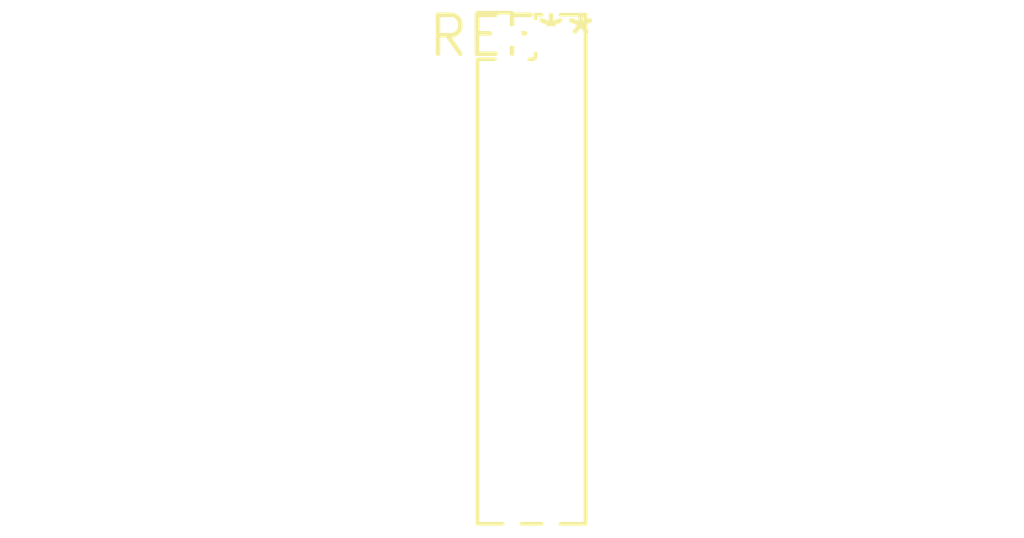
<source format=kicad_pcb>
(kicad_pcb (version 20240108) (generator pcbnew)
  (layers (0 "F.Cu" signal) (31 "B.Cu" signal) (34 "B.Paste" user) (35 "F.Paste" user) (36 "B.SilkS" user "B.Silkscreen") (37 "F.SilkS" user "F.Silkscreen") (38 "B.Mask" user) (39 "F.Mask" user) (44 "Edge.Cuts" user))
  (net 0 "")
  (footprint "PinHeader_2x13_P1.27mm_Vertical" (layer "F.Cu") (at 0 0)
    (property "Reference" "REF**")
    (property "Value" "PinHeader_2x13_P1.27mm_Vertical")
    (fp_line (start -1.13 -0.76) (end 0 -0.76) (layer "F.SilkS") (stroke (width 0.12)))
    (fp_line (start -1.13 0) (end -1.13 -0.76) (layer "F.SilkS") (stroke (width 0.12)))
    (fp_line (start -1.13 0.76) (end -1.13 15.935) (layer "F.SilkS") (stroke (width 0.12)))
    (fp_line (start -1.13 0.76) (end -0.563471 0.76) (layer "F.SilkS") (stroke (width 0.12)))
    (fp_line (start -1.13 15.935) (end -0.30753 15.935) (layer "F.SilkS") (stroke (width 0.12)))
    (fp_line (start 0.30753 15.935) (end 0.96247 15.935) (layer "F.SilkS") (stroke (width 0.12)))
    (fp_line (start 0.563471 0.76) (end 0.706529 0.76) (layer "F.SilkS") (stroke (width 0.12)))
    (fp_line (start 0.76 -0.695) (end 0.96247 -0.695) (layer "F.SilkS") (stroke (width 0.12)))
    (fp_line (start 0.76 -0.563471) (end 0.76 -0.695) (layer "F.SilkS") (stroke (width 0.12)))
    (fp_line (start 0.76 0.706529) (end 0.76 0.563471) (layer "F.SilkS") (stroke (width 0.12)))
    (fp_line (start 1.57753 -0.695) (end 2.4 -0.695) (layer "F.SilkS") (stroke (width 0.12)))
    (fp_line (start 1.57753 15.935) (end 2.4 15.935) (layer "F.SilkS") (stroke (width 0.12)))
    (fp_line (start 2.4 -0.695) (end 2.4 15.935) (layer "F.SilkS") (stroke (width 0.12)))
    (pad "1" thru_hole rect (at 0 0) (size 1 1) (drill 0.65) (layers *.Cu *.Mask) (remove_unused_layers))
    (pad "2" thru_hole oval (at 1.27 0) (size 1 1) (drill 0.65) (layers *.Cu *.Mask) (remove_unused_layers))
    (pad "3" thru_hole oval (at 0 1.27) (size 1 1) (drill 0.65) (layers *.Cu *.Mask) (remove_unused_layers))
    (pad "4" thru_hole oval (at 1.27 1.27) (size 1 1) (drill 0.65) (layers *.Cu *.Mask) (remove_unused_layers))
    (pad "5" thru_hole oval (at 0 2.54) (size 1 1) (drill 0.65) (layers *.Cu *.Mask) (remove_unused_layers))
    (pad "6" thru_hole oval (at 1.27 2.54) (size 1 1) (drill 0.65) (layers *.Cu *.Mask) (remove_unused_layers))
    (pad "7" thru_hole oval (at 0 3.81) (size 1 1) (drill 0.65) (layers *.Cu *.Mask) (remove_unused_layers))
    (pad "8" thru_hole oval (at 1.27 3.81) (size 1 1) (drill 0.65) (layers *.Cu *.Mask) (remove_unused_layers))
    (pad "9" thru_hole oval (at 0 5.08) (size 1 1) (drill 0.65) (layers *.Cu *.Mask) (remove_unused_layers))
    (pad "10" thru_hole oval (at 1.27 5.08) (size 1 1) (drill 0.65) (layers *.Cu *.Mask) (remove_unused_layers))
    (pad "11" thru_hole oval (at 0 6.35) (size 1 1) (drill 0.65) (layers *.Cu *.Mask) (remove_unused_layers))
    (pad "12" thru_hole oval (at 1.27 6.35) (size 1 1) (drill 0.65) (layers *.Cu *.Mask) (remove_unused_layers))
    (pad "13" thru_hole oval (at 0 7.62) (size 1 1) (drill 0.65) (layers *.Cu *.Mask) (remove_unused_layers))
    (pad "14" thru_hole oval (at 1.27 7.62) (size 1 1) (drill 0.65) (layers *.Cu *.Mask) (remove_unused_layers))
    (pad "15" thru_hole oval (at 0 8.89) (size 1 1) (drill 0.65) (layers *.Cu *.Mask) (remove_unused_layers))
    (pad "16" thru_hole oval (at 1.27 8.89) (size 1 1) (drill 0.65) (layers *.Cu *.Mask) (remove_unused_layers))
    (pad "17" thru_hole oval (at 0 10.16) (size 1 1) (drill 0.65) (layers *.Cu *.Mask) (remove_unused_layers))
    (pad "18" thru_hole oval (at 1.27 10.16) (size 1 1) (drill 0.65) (layers *.Cu *.Mask) (remove_unused_layers))
    (pad "19" thru_hole oval (at 0 11.43) (size 1 1) (drill 0.65) (layers *.Cu *.Mask) (remove_unused_layers))
    (pad "20" thru_hole oval (at 1.27 11.43) (size 1 1) (drill 0.65) (layers *.Cu *.Mask) (remove_unused_layers))
    (pad "21" thru_hole oval (at 0 12.7) (size 1 1) (drill 0.65) (layers *.Cu *.Mask) (remove_unused_layers))
    (pad "22" thru_hole oval (at 1.27 12.7) (size 1 1) (drill 0.65) (layers *.Cu *.Mask) (remove_unused_layers))
    (pad "23" thru_hole oval (at 0 13.97) (size 1 1) (drill 0.65) (layers *.Cu *.Mask) (remove_unused_layers))
    (pad "24" thru_hole oval (at 1.27 13.97) (size 1 1) (drill 0.65) (layers *.Cu *.Mask) (remove_unused_layers))
    (pad "25" thru_hole oval (at 0 15.24) (size 1 1) (drill 0.65) (layers *.Cu *.Mask) (remove_unused_layers))
    (pad "26" thru_hole oval (at 1.27 15.24) (size 1 1) (drill 0.65) (layers *.Cu *.Mask) (remove_unused_layers))
  )
)
</source>
